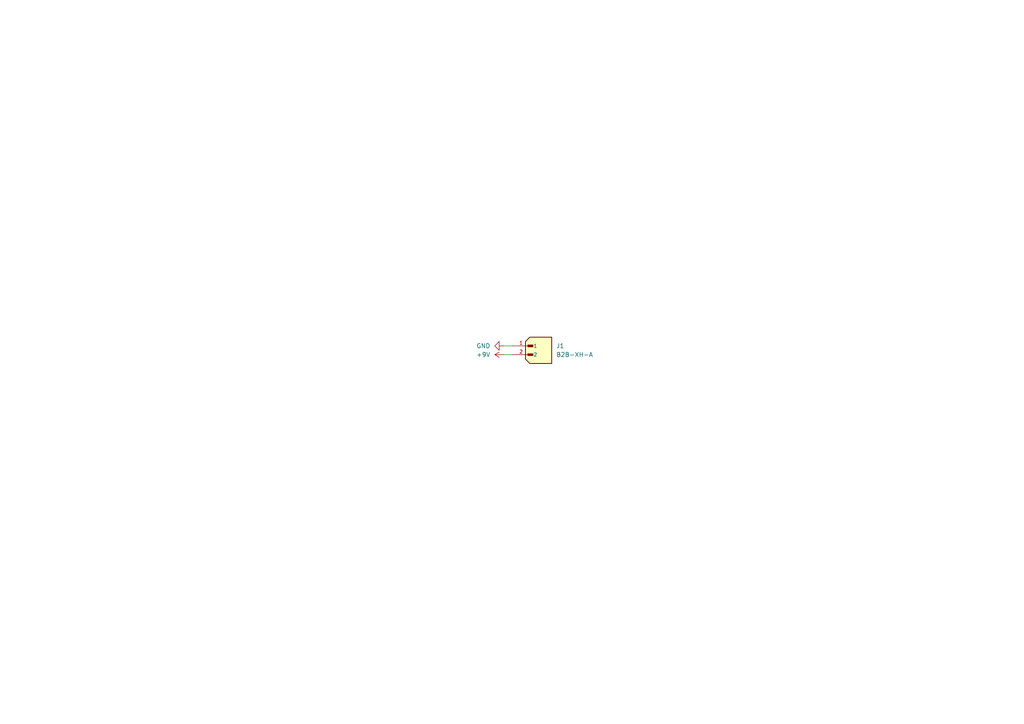
<source format=kicad_sch>
(kicad_sch (version 20231120) (generator "eeschema") (generator_version "8.0")
  (paper "A4")
  (lib_symbols
    (symbol "B2B-XH-A:B2B-XH-A" (pin_names (offset 1.016))
      (property "Reference" "J" (at -2.54 6.35 0))
      (property "Value" "B2B-XH-A" (at -2.54 -5.08 0))
      (symbol "B2B-XH-A_0_0"
        (rectangle (start -3.175 -0.3175) (end -1.5875 0.3175) (stroke (width 0.1)) (fill (type outline)))
        (rectangle (start -3.175 2.2225) (end -1.5875 2.8575) (stroke (width 0.1)) (fill (type outline)))
        (pin passive line (at -7.62 2.54 0) (length 5.08) (name "1") (number "1"))
        (pin passive line (at -7.62 0 0) (length 5.08) (name "2") (number "2"))
      )
      (symbol "B2B-XH-A_1_0"
        (polyline (pts (xy -3.81 3.81) (xy -2.54 5.08) (xy 3.81 5.08) (xy 3.81 -2.54) (xy -2.54 -2.54) (xy -3.81 -1.27) (xy -3.81 3.81)) (stroke (width 0.254)) (fill (type background)))
      )
    )
    (symbol "power:+9V" (power) (pin_numbers hide) (pin_names (offset 0) hide)
      (property "Value" "+9V" (at 0 3.556 0))
      (symbol "+9V_0_1"
        (polyline (pts (xy -0.762 1.27) (xy 0 2.54)))
        (polyline (pts (xy 0 0) (xy 0 2.54)))
        (polyline (pts (xy 0 2.54) (xy 0.762 1.27)))
      )
      (symbol "+9V_1_1"
        (pin power_in line (at 0 0 90) (length 0) (name "~") (number "1"))
      )
    )
    (symbol "power:GND" (power) (pin_numbers hide) (pin_names (offset 0) hide)
      (property "Value" "GND" (at 0 -3.81 0))
      (symbol "GND_0_1"
        (polyline (pts (xy 0 0) (xy 0 -1.27) (xy 1.27 -1.27) (xy 0 -2.54) (xy -1.27 -1.27) (xy 0 -1.27)))
      )
      (symbol "GND_1_1"
        (pin power_in line (at 0 0 270) (length 0) (name "~") (number "1"))
      )
    )
  )
  (wire (pts (xy 146.05 100.33) (xy 148.59 100.33)))
  (wire (pts (xy 146.05 102.87) (xy 148.59 102.87)))
  (symbol (lib_id "power:GND") (at 146.05 100.33 270) (unit 1)
    (property "Reference" "#PWR01" (effects (hide yes)))
    (property "Value" "GND" (at 142.24 100.3299 90) (effects (justify right)))
    (property "Description" "Power symbol creates a global label with name \"GND\" , ground" (effects (hide yes)))
  )
  (symbol (lib_id "power:+9V") (at 146.05 102.87 90) (unit 1)
    (property "Reference" "#PWR02" (effects (hide yes)))
    (property "Value" "+9V" (at 142.24 102.8699 90) (effects (justify left)))
    (property "Description" "Power symbol creates a global label with name \"+9V\"" (effects (hide yes)))
  )
  (symbol (lib_id "B2B-XH-A:B2B-XH-A") (at 156.21 102.87 0) (unit 1)
    (property "Reference" "J1" (at 161.29 100.3299 0) (effects (justify left)))
    (property "Value" "B2B-XH-A" (at 161.29 102.8699 0) (effects (justify left)))
    (property "Footprint" "B2B-XH-A:B2B-XH-A" (effects (hide yes)))
    (property "PARTREV" "N/A" (effects (hide yes)))
    (property "STANDARD" "Manufacturer Recommendations" (effects (hide yes)))
    (property "MAXIMUM_PACKAGE_HEIGHT" "7 mm" (effects (hide yes)))
    (property "MANUFACTURER" "JST Sales America Inc." (effects (hide yes)))
  )
)
</source>
